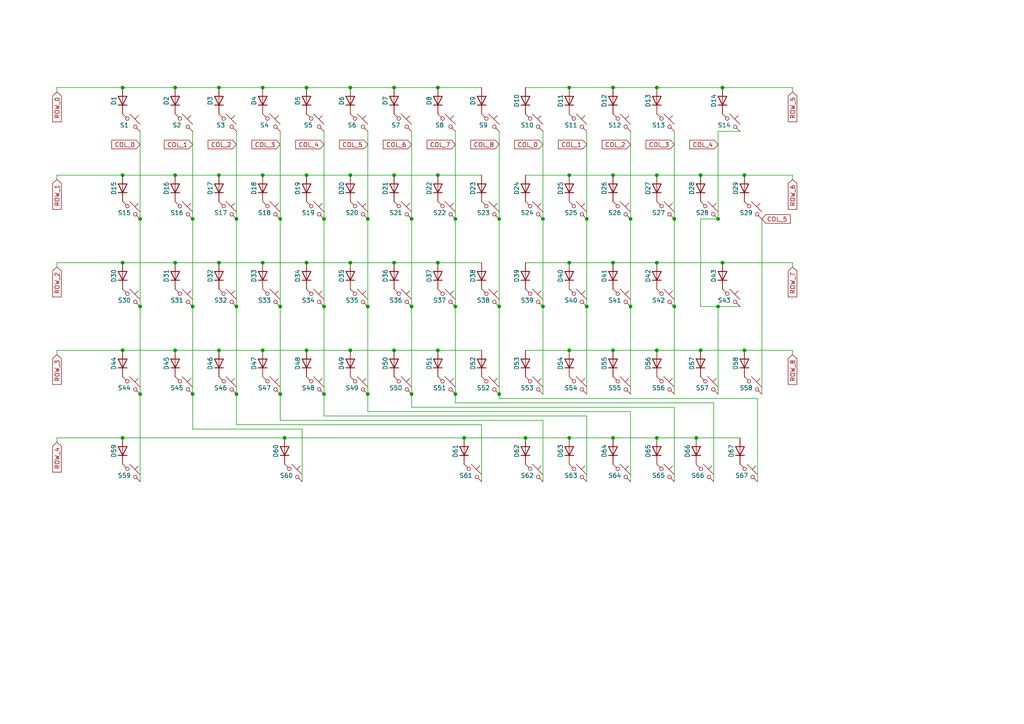
<source format=kicad_sch>
(kicad_sch (version 20250114) (generator "eeschema") (generator_version "9.0")
  (paper "A4")
  (junction (at 132.08 63.5))
  (junction (at 35.56 127))
  (junction (at 81.28 63.5))
  (junction (at 165.1 50.8))
  (junction (at 177.8 101.6))
  (junction (at 182.88 88.9))
  (junction (at 63.5 25.4))
  (junction (at 177.8 50.8))
  (junction (at 170.18 88.9))
  (junction (at 88.9 25.4))
  (junction (at 127 76.2))
  (junction (at 215.9 101.6))
  (junction (at 177.8 127))
  (junction (at 35.56 76.2))
  (junction (at 76.2 76.2))
  (junction (at 119.38 63.5))
  (junction (at 165.1 127))
  (junction (at 88.9 50.8))
  (junction (at 215.9 50.8))
  (junction (at 55.88 63.5))
  (junction (at 177.8 25.4))
  (junction (at 50.8 101.6))
  (junction (at 50.8 76.2))
  (junction (at 134.62 127))
  (junction (at 127 25.4))
  (junction (at 106.68 114.3))
  (junction (at 101.6 25.4))
  (junction (at 144.78 114.3))
  (junction (at 55.88 114.3))
  (junction (at 68.58 88.9))
  (junction (at 201.93 127))
  (junction (at 195.58 63.5))
  (junction (at 35.56 25.4))
  (junction (at 40.64 88.9))
  (junction (at 76.2 50.8))
  (junction (at 165.1 25.4))
  (junction (at 82.55 127))
  (junction (at 170.18 63.5))
  (junction (at 144.78 88.9))
  (junction (at 127 50.8))
  (junction (at 50.8 50.8))
  (junction (at 182.88 63.5))
  (junction (at 114.3 25.4))
  (junction (at 209.55 76.2))
  (junction (at 93.98 88.9))
  (junction (at 88.9 76.2))
  (junction (at 190.5 50.8))
  (junction (at 127 101.6))
  (junction (at 165.1 101.6))
  (junction (at 106.68 88.9))
  (junction (at 81.28 114.3))
  (junction (at 208.28 63.5))
  (junction (at 152.4 127))
  (junction (at 209.55 25.4))
  (junction (at 203.2 50.8))
  (junction (at 132.08 88.9))
  (junction (at 157.48 63.5))
  (junction (at 106.68 63.5))
  (junction (at 157.48 88.9))
  (junction (at 35.56 50.8))
  (junction (at 132.08 114.3))
  (junction (at 165.1 76.2))
  (junction (at 101.6 76.2))
  (junction (at 55.88 88.9))
  (junction (at 190.5 127))
  (junction (at 93.98 63.5))
  (junction (at 35.56 101.6))
  (junction (at 195.58 88.9))
  (junction (at 177.8 76.2))
  (junction (at 81.28 88.9))
  (junction (at 208.28 88.9))
  (junction (at 40.64 114.3))
  (junction (at 63.5 101.6))
  (junction (at 190.5 101.6))
  (junction (at 88.9 101.6))
  (junction (at 119.38 88.9))
  (junction (at 190.5 25.4))
  (junction (at 114.3 76.2))
  (junction (at 63.5 50.8))
  (junction (at 76.2 25.4))
  (junction (at 76.2 101.6))
  (junction (at 50.8 25.4))
  (junction (at 63.5 76.2))
  (junction (at 114.3 101.6))
  (junction (at 114.3 50.8))
  (junction (at 93.98 114.3))
  (junction (at 119.38 114.3))
  (junction (at 68.58 114.3))
  (junction (at 144.78 63.5))
  (junction (at 203.2 101.6))
  (junction (at 68.58 63.5))
  (junction (at 101.6 50.8))
  (junction (at 40.64 63.5))
  (junction (at 101.6 101.6))
  (junction (at 190.5 76.2))
  (wire (pts (xy 170.18 120.65) (xy 170.18 139.7)))
  (wire (pts (xy 88.9 50.8) (xy 76.2 50.8)))
  (wire (pts (xy 190.5 101.6) (xy 203.2 101.6)))
  (wire (pts (xy 63.5 76.2) (xy 76.2 76.2)))
  (wire (pts (xy 63.5 50.8) (xy 50.8 50.8)))
  (wire (pts (xy 101.6 50.8) (xy 88.9 50.8)))
  (wire (pts (xy 203.2 63.5) (xy 208.28 63.5)))
  (wire (pts (xy 93.98 88.9) (xy 93.98 114.3)))
  (wire (pts (xy 16.51 127) (xy 16.51 128.27)))
  (wire (pts (xy 68.58 38.1) (xy 68.58 63.5)))
  (wire (pts (xy 114.3 25.4) (xy 101.6 25.4)))
  (wire (pts (xy 16.51 101.6) (xy 16.51 102.87)))
  (wire (pts (xy 106.68 63.5) (xy 106.68 88.9)))
  (wire (pts (xy 119.38 63.5) (xy 119.38 88.9)))
  (wire (pts (xy 35.56 25.4) (xy 16.51 25.4)))
  (wire (pts (xy 101.6 101.6) (xy 88.9 101.6)))
  (wire (pts (xy 127 25.4) (xy 139.7 25.4)))
  (wire (pts (xy 81.28 63.5) (xy 81.28 88.9)))
  (wire (pts (xy 165.1 76.2) (xy 177.8 76.2)))
  (wire (pts (xy 50.8 25.4) (xy 35.56 25.4)))
  (wire (pts (xy 35.56 127) (xy 16.51 127)))
  (wire (pts (xy 165.1 50.8) (xy 177.8 50.8)))
  (wire (pts (xy 208.28 63.5) (xy 208.28 38.1)))
  (wire (pts (xy 63.5 25.4) (xy 50.8 25.4)))
  (wire (pts (xy 93.98 63.5) (xy 93.98 88.9)))
  (wire (pts (xy 119.38 88.9) (xy 119.38 114.3)))
  (wire (pts (xy 114.3 76.2) (xy 127 76.2)))
  (wire (pts (xy 214.63 127) (xy 201.93 127)))
  (wire (pts (xy 182.88 139.7) (xy 182.88 119.38)))
  (wire (pts (xy 106.68 38.1) (xy 106.68 63.5)))
  (wire (pts (xy 177.8 76.2) (xy 190.5 76.2)))
  (wire (pts (xy 35.56 50.8) (xy 16.51 50.8)))
  (wire (pts (xy 229.87 76.2) (xy 229.87 77.47)))
  (wire (pts (xy 203.2 88.9) (xy 208.28 88.9)))
  (wire (pts (xy 152.4 101.6) (xy 165.1 101.6)))
  (wire (pts (xy 68.58 63.5) (xy 68.58 88.9)))
  (wire (pts (xy 170.18 63.5) (xy 170.18 88.9)))
  (wire (pts (xy 127 50.8) (xy 139.7 50.8)))
  (wire (pts (xy 55.88 124.46) (xy 87.63 124.46)))
  (wire (pts (xy 157.48 63.5) (xy 157.48 88.9)))
  (wire (pts (xy 127 101.6) (xy 139.7 101.6)))
  (wire (pts (xy 157.48 121.92) (xy 81.28 121.92)))
  (wire (pts (xy 132.08 88.9) (xy 132.08 114.3)))
  (wire (pts (xy 119.38 114.3) (xy 119.38 118.11)))
  (wire (pts (xy 50.8 50.8) (xy 35.56 50.8)))
  (wire (pts (xy 165.1 127) (xy 152.4 127)))
  (wire (pts (xy 152.4 127) (xy 134.62 127)))
  (wire (pts (xy 55.88 88.9) (xy 55.88 114.3)))
  (wire (pts (xy 219.71 115.57) (xy 219.71 139.7)))
  (wire (pts (xy 93.98 38.1) (xy 93.98 63.5)))
  (wire (pts (xy 152.4 50.8) (xy 165.1 50.8)))
  (wire (pts (xy 114.3 101.6) (xy 101.6 101.6)))
  (wire (pts (xy 144.78 114.3) (xy 144.78 115.57)))
  (wire (pts (xy 114.3 50.8) (xy 127 50.8)))
  (wire (pts (xy 76.2 25.4) (xy 63.5 25.4)))
  (wire (pts (xy 182.88 119.38) (xy 106.68 119.38)))
  (wire (pts (xy 203.2 50.8) (xy 215.9 50.8)))
  (wire (pts (xy 35.56 76.2) (xy 50.8 76.2)))
  (wire (pts (xy 144.78 115.57) (xy 219.71 115.57)))
  (wire (pts (xy 63.5 101.6) (xy 50.8 101.6)))
  (wire (pts (xy 208.28 38.1) (xy 214.63 38.1)))
  (wire (pts (xy 208.28 114.3) (xy 208.28 88.9)))
  (wire (pts (xy 55.88 114.3) (xy 55.88 124.46)))
  (wire (pts (xy 119.38 118.11) (xy 195.58 118.11)))
  (wire (pts (xy 144.78 88.9) (xy 144.78 114.3)))
  (wire (pts (xy 88.9 101.6) (xy 76.2 101.6)))
  (wire (pts (xy 157.48 139.7) (xy 157.48 121.92)))
  (wire (pts (xy 16.51 25.4) (xy 16.51 26.67)))
  (wire (pts (xy 215.9 101.6) (xy 229.87 101.6)))
  (wire (pts (xy 55.88 38.1) (xy 55.88 63.5)))
  (wire (pts (xy 177.8 127) (xy 165.1 127)))
  (wire (pts (xy 139.7 123.19) (xy 139.7 139.7)))
  (wire (pts (xy 35.56 101.6) (xy 16.51 101.6)))
  (wire (pts (xy 215.9 50.8) (xy 229.87 50.8)))
  (wire (pts (xy 40.64 114.3) (xy 40.64 139.7)))
  (wire (pts (xy 40.64 38.1) (xy 40.64 63.5)))
  (wire (pts (xy 114.3 25.4) (xy 127 25.4)))
  (wire (pts (xy 220.98 63.5) (xy 220.98 114.3)))
  (wire (pts (xy 81.28 114.3) (xy 81.28 88.9)))
  (wire (pts (xy 119.38 38.1) (xy 119.38 63.5)))
  (wire (pts (xy 195.58 63.5) (xy 195.58 88.9)))
  (wire (pts (xy 229.87 25.4) (xy 229.87 26.67)))
  (wire (pts (xy 88.9 25.4) (xy 76.2 25.4)))
  (wire (pts (xy 101.6 76.2) (xy 114.3 76.2)))
  (wire (pts (xy 134.62 127) (xy 82.55 127)))
  (wire (pts (xy 76.2 76.2) (xy 88.9 76.2)))
  (wire (pts (xy 209.55 25.4) (xy 229.87 25.4)))
  (wire (pts (xy 101.6 25.4) (xy 88.9 25.4)))
  (wire (pts (xy 203.2 88.9) (xy 203.2 63.5)))
  (wire (pts (xy 101.6 50.8) (xy 114.3 50.8)))
  (wire (pts (xy 16.51 77.47) (xy 16.51 76.2)))
  (wire (pts (xy 132.08 38.1) (xy 132.08 63.5)))
  (wire (pts (xy 203.2 101.6) (xy 215.9 101.6)))
  (wire (pts (xy 201.93 127) (xy 190.5 127)))
  (wire (pts (xy 76.2 101.6) (xy 63.5 101.6)))
  (wire (pts (xy 93.98 114.3) (xy 93.98 120.65)))
  (wire (pts (xy 16.51 76.2) (xy 35.56 76.2)))
  (wire (pts (xy 229.87 50.8) (xy 229.87 52.07)))
  (wire (pts (xy 87.63 124.46) (xy 87.63 139.7)))
  (wire (pts (xy 195.58 118.11) (xy 195.58 139.7)))
  (wire (pts (xy 127 76.2) (xy 139.7 76.2)))
  (wire (pts (xy 114.3 101.6) (xy 127 101.6)))
  (wire (pts (xy 132.08 63.5) (xy 132.08 88.9)))
  (wire (pts (xy 76.2 50.8) (xy 63.5 50.8)))
  (wire (pts (xy 81.28 38.1) (xy 81.28 63.5)))
  (wire (pts (xy 207.01 139.7) (xy 207.01 116.84)))
  (wire (pts (xy 209.55 76.2) (xy 229.87 76.2)))
  (wire (pts (xy 195.58 38.1) (xy 195.58 63.5)))
  (wire (pts (xy 190.5 25.4) (xy 209.55 25.4)))
  (wire (pts (xy 190.5 76.2) (xy 209.55 76.2)))
  (wire (pts (xy 177.8 50.8) (xy 190.5 50.8)))
  (wire (pts (xy 177.8 101.6) (xy 190.5 101.6)))
  (wire (pts (xy 68.58 114.3) (xy 68.58 123.19)))
  (wire (pts (xy 165.1 25.4) (xy 177.8 25.4)))
  (wire (pts (xy 152.4 25.4) (xy 165.1 25.4)))
  (wire (pts (xy 170.18 38.1) (xy 170.18 63.5)))
  (wire (pts (xy 195.58 88.9) (xy 195.58 114.3)))
  (wire (pts (xy 229.87 101.6) (xy 229.87 102.87)))
  (wire (pts (xy 16.51 50.8) (xy 16.51 52.07)))
  (wire (pts (xy 208.28 88.9) (xy 214.63 88.9)))
  (wire (pts (xy 207.01 116.84) (xy 132.08 116.84)))
  (wire (pts (xy 182.88 63.5) (xy 182.88 88.9)))
  (wire (pts (xy 177.8 25.4) (xy 190.5 25.4)))
  (wire (pts (xy 106.68 114.3) (xy 106.68 119.38)))
  (wire (pts (xy 106.68 88.9) (xy 106.68 114.3)))
  (wire (pts (xy 182.88 38.1) (xy 182.88 63.5)))
  (wire (pts (xy 170.18 88.9) (xy 170.18 114.3)))
  (wire (pts (xy 55.88 63.5) (xy 55.88 88.9)))
  (wire (pts (xy 144.78 63.5) (xy 144.78 88.9)))
  (wire (pts (xy 157.48 38.1) (xy 157.48 63.5)))
  (wire (pts (xy 190.5 127) (xy 177.8 127)))
  (wire (pts (xy 40.64 63.5) (xy 40.64 88.9)))
  (wire (pts (xy 40.64 88.9) (xy 40.64 114.3)))
  (wire (pts (xy 152.4 76.2) (xy 165.1 76.2)))
  (wire (pts (xy 93.98 120.65) (xy 170.18 120.65)))
  (wire (pts (xy 144.78 38.1) (xy 144.78 63.5)))
  (wire (pts (xy 50.8 101.6) (xy 35.56 101.6)))
  (wire (pts (xy 157.48 88.9) (xy 157.48 114.3)))
  (wire (pts (xy 182.88 88.9) (xy 182.88 114.3)))
  (wire (pts (xy 68.58 123.19) (xy 139.7 123.19)))
  (wire (pts (xy 165.1 101.6) (xy 177.8 101.6)))
  (wire (pts (xy 81.28 121.92) (xy 81.28 114.3)))
  (wire (pts (xy 190.5 50.8) (xy 203.2 50.8)))
  (wire (pts (xy 88.9 76.2) (xy 101.6 76.2)))
  (wire (pts (xy 132.08 114.3) (xy 132.08 116.84)))
  (wire (pts (xy 68.58 88.9) (xy 68.58 114.3)))
  (wire (pts (xy 50.8 76.2) (xy 63.5 76.2)))
  (wire (pts (xy 82.55 127) (xy 35.56 127)))
  (global_label "COL_6" (shape input) (at 119.38 41.91 180) (property "Intersheetrefs" "${INTERSHEET_REFS}" (effects (hide yes))))
  (global_label "ROW_7" (shape input) (at 229.87 77.47 270) (property "Intersheetrefs" "${INTERSHEET_REFS}" (effects (hide yes))))
  (global_label "COL_2" (shape input) (at 182.88 41.91 180) (property "Intersheetrefs" "${INTERSHEET_REFS}" (effects (hide yes))))
  (global_label "ROW_5" (shape input) (at 229.87 26.67 270) (property "Intersheetrefs" "${INTERSHEET_REFS}" (effects (hide yes))))
  (global_label "COL_8" (shape input) (at 144.78 41.91 180) (property "Intersheetrefs" "${INTERSHEET_REFS}" (effects (hide yes))))
  (global_label "COL_5" (shape input) (at 220.98 63.5 0) (property "Intersheetrefs" "${INTERSHEET_REFS}" (effects (hide yes))))
  (global_label "ROW_8" (shape input) (at 229.87 102.87 270) (property "Intersheetrefs" "${INTERSHEET_REFS}" (effects (hide yes))))
  (global_label "ROW_2" (shape input) (at 16.51 77.47 270) (property "Intersheetrefs" "${INTERSHEET_REFS}" (effects (hide yes))))
  (global_label "COL_0" (shape input) (at 157.48 41.91 180) (property "Intersheetrefs" "${INTERSHEET_REFS}" (effects (hide yes))))
  (global_label "ROW_3" (shape input) (at 16.51 102.87 270) (property "Intersheetrefs" "${INTERSHEET_REFS}" (effects (hide yes))))
  (global_label "COL_0" (shape input) (at 40.64 41.91 180) (property "Intersheetrefs" "${INTERSHEET_REFS}" (effects (hide yes))))
  (global_label "ROW_0" (shape input) (at 16.51 26.67 270) (property "Intersheetrefs" "${INTERSHEET_REFS}" (effects (hide yes))))
  (global_label "COL_7" (shape input) (at 132.08 41.91 180) (property "Intersheetrefs" "${INTERSHEET_REFS}" (effects (hide yes))))
  (global_label "COL_4" (shape input) (at 93.98 41.91 180) (property "Intersheetrefs" "${INTERSHEET_REFS}" (effects (hide yes))))
  (global_label "COL_4" (shape input) (at 208.28 41.91 180) (property "Intersheetrefs" "${INTERSHEET_REFS}" (effects (hide yes))))
  (global_label "ROW_1" (shape input) (at 16.51 52.07 270) (property "Intersheetrefs" "${INTERSHEET_REFS}" (effects (hide yes))))
  (global_label "COL_3" (shape input) (at 81.28 41.91 180) (property "Intersheetrefs" "${INTERSHEET_REFS}" (effects (hide yes))))
  (global_label "COL_2" (shape input) (at 68.58 41.91 180) (property "Intersheetrefs" "${INTERSHEET_REFS}" (effects (hide yes))))
  (global_label "COL_3" (shape input) (at 195.58 41.91 180) (property "Intersheetrefs" "${INTERSHEET_REFS}" (effects (hide yes))))
  (global_label "ROW_4" (shape input) (at 16.51 128.27 270) (property "Intersheetrefs" "${INTERSHEET_REFS}" (effects (hide yes))))
  (global_label "ROW_6" (shape input) (at 229.87 52.07 270) (property "Intersheetrefs" "${INTERSHEET_REFS}" (effects (hide yes))))
  (global_label "COL_1" (shape input) (at 55.88 41.91 180) (property "Intersheetrefs" "${INTERSHEET_REFS}" (effects (hide yes))))
  (global_label "COL_1" (shape input) (at 170.18 41.91 180) (property "Intersheetrefs" "${INTERSHEET_REFS}" (effects (hide yes))))
  (global_label "COL_5" (shape input) (at 106.68 41.91 180) (property "Intersheetrefs" "${INTERSHEET_REFS}" (effects (hide yes))))
  (symbol (lib_id "Scottokicad:Placeholder_Keyswitch") (at 129.54 86.36 0) (unit 1)
    (property "Reference" "S37" (at 127.508 87.122 0))
    (property "Value" "Keyswitch" (effects (hide yes)))
    (property "Footprint" "ScottoKeebs_MX:MX_PCB_1.00u" (effects (hide yes)))
    (property "Description" "Push button switch, normally open, two pins, 45° tilted" (effects (hide yes)))
  )
  (symbol (lib_id "Scottokicad:Placeholder_Keyswitch") (at 193.04 60.96 0) (unit 1)
    (property "Reference" "S27" (at 191.008 61.722 0))
    (property "Value" "Keyswitch" (effects (hide yes)))
    (property "Footprint" "ScottoKeebs_MX:MX_PCB_1.00u" (effects (hide yes)))
    (property "Description" "Push button switch, normally open, two pins, 45° tilted" (effects (hide yes)))
  )
  (symbol (lib_id "Scottokicad:Placeholder_Keyswitch") (at 91.44 86.36 0) (unit 1)
    (property "Reference" "S34" (at 89.408 87.122 0))
    (property "Value" "Keyswitch" (effects (hide yes)))
    (property "Footprint" "ScottoKeebs_MX:MX_PCB_1.00u" (effects (hide yes)))
    (property "Description" "Push button switch, normally open, two pins, 45° tilted" (effects (hide yes)))
  )
  (symbol (lib_id "Scottokicad:Placeholder_Keyswitch") (at 78.74 111.76 0) (unit 1)
    (property "Reference" "S47" (at 76.708 112.522 0))
    (property "Value" "Keyswitch" (effects (hide yes)))
    (property "Footprint" "ScottoKeebs_MX:MX_PCB_1.00u" (effects (hide yes)))
    (property "Description" "Push button switch, normally open, two pins, 45° tilted" (effects (hide yes)))
  )
  (symbol (lib_id "Scottokicad:Placeholder_Keyswitch") (at 154.94 86.36 0) (unit 1)
    (property "Reference" "S39" (at 152.908 87.122 0))
    (property "Value" "Keyswitch" (effects (hide yes)))
    (property "Footprint" "ScottoKeebs_MX:MX_PCB_1.00u" (effects (hide yes)))
    (property "Description" "Push button switch, normally open, two pins, 45° tilted" (effects (hide yes)))
  )
  (symbol (lib_id "Scottokicad:Placeholder_Keyswitch") (at 137.16 137.16 0) (unit 1)
    (property "Reference" "S61" (at 135.128 137.922 0))
    (property "Value" "Keyswitch" (effects (hide yes)))
    (property "Footprint" "ScottoKeebs_MX:MX_PCB_1.25u" (effects (hide yes)))
    (property "Description" "Push button switch, normally open, two pins, 45° tilted" (effects (hide yes)))
  )
  (symbol (lib_id "Scottokicad:Placeholder_Diode") (at 63.5 105.41 90) (unit 1)
    (property "Reference" "D46" (at 60.96 105.41 0))
    (property "Value" "Diode" (effects (hide yes)))
    (property "Footprint" "Diode_THT:D_DO-35_SOD27_P7.62mm_Horizontal" (effects (hide yes)))
    (property "Description" "1N4148 (DO-35) or 1N4148W (SOD-123)" (effects (hide yes)))
    (property "Sim.Device" "D" (effects (hide yes)))
    (property "Sim.Pins" "1=K 2=A" (effects (hide yes)))
  )
  (symbol (lib_id "Scottokicad:Placeholder_Keyswitch") (at 205.74 111.76 0) (unit 1)
    (property "Reference" "S57" (at 203.708 112.522 0))
    (property "Value" "Keyswitch" (effects (hide yes)))
    (property "Footprint" "ScottoKeebs_MX:MX_PCB_1.00u" (effects (hide yes)))
    (property "Description" "Push button switch, normally open, two pins, 45° tilted" (effects (hide yes)))
  )
  (symbol (lib_id "Scottokicad:Placeholder_Diode") (at 101.6 80.01 90) (unit 1)
    (property "Reference" "D35" (at 99.06 80.01 0))
    (property "Value" "Diode" (effects (hide yes)))
    (property "Footprint" "Diode_THT:D_DO-35_SOD27_P7.62mm_Horizontal" (effects (hide yes)))
    (property "Description" "1N4148 (DO-35) or 1N4148W (SOD-123)" (effects (hide yes)))
    (property "Sim.Device" "D" (effects (hide yes)))
    (property "Sim.Pins" "1=K 2=A" (effects (hide yes)))
  )
  (symbol (lib_id "Scottokicad:Placeholder_Diode") (at 209.55 80.01 90) (unit 1)
    (property "Reference" "D43" (at 207.01 80.01 0))
    (property "Value" "Diode" (effects (hide yes)))
    (property "Footprint" "Diode_THT:D_DO-35_SOD27_P7.62mm_Horizontal" (effects (hide yes)))
    (property "Description" "1N4148 (DO-35) or 1N4148W (SOD-123)" (effects (hide yes)))
    (property "Sim.Device" "D" (effects (hide yes)))
    (property "Sim.Pins" "1=K 2=A" (effects (hide yes)))
  )
  (symbol (lib_id "Scottokicad:Placeholder_Diode") (at 203.2 105.41 90) (unit 1)
    (property "Reference" "D57" (at 200.66 105.41 0))
    (property "Value" "Diode" (effects (hide yes)))
    (property "Footprint" "Diode_THT:D_DO-35_SOD27_P7.62mm_Horizontal" (effects (hide yes)))
    (property "Description" "1N4148 (DO-35) or 1N4148W (SOD-123)" (effects (hide yes)))
    (property "Sim.Device" "D" (effects (hide yes)))
    (property "Sim.Pins" "1=K 2=A" (effects (hide yes)))
  )
  (symbol (lib_id "Scottokicad:Placeholder_Diode") (at 177.8 105.41 90) (unit 1)
    (property "Reference" "D55" (at 175.26 105.41 0))
    (property "Value" "Diode" (effects (hide yes)))
    (property "Footprint" "Diode_THT:D_DO-35_SOD27_P7.62mm_Horizontal" (effects (hide yes)))
    (property "Description" "1N4148 (DO-35) or 1N4148W (SOD-123)" (effects (hide yes)))
    (property "Sim.Device" "D" (effects (hide yes)))
    (property "Sim.Pins" "1=K 2=A" (effects (hide yes)))
  )
  (symbol (lib_id "Scottokicad:Placeholder_Keyswitch") (at 193.04 137.16 0) (unit 1)
    (property "Reference" "S65" (at 191.008 137.922 0))
    (property "Value" "Keyswitch" (effects (hide yes)))
    (property "Footprint" "ScottoKeebs_MX:MX_PCB_1.00u" (effects (hide yes)))
    (property "Description" "Push button switch, normally open, two pins, 45° tilted" (effects (hide yes)))
  )
  (symbol (lib_id "Scottokicad:Placeholder_Diode") (at 127 29.21 90) (unit 1)
    (property "Reference" "D8" (at 124.46 29.21 0))
    (property "Value" "Diode" (effects (hide yes)))
    (property "Footprint" "Diode_THT:D_DO-35_SOD27_P7.62mm_Horizontal" (effects (hide yes)))
    (property "Description" "1N4148 (DO-35) or 1N4148W (SOD-123)" (effects (hide yes)))
    (property "Sim.Device" "D" (effects (hide yes)))
    (property "Sim.Pins" "1=K 2=A" (effects (hide yes)))
  )
  (symbol (lib_id "Scottokicad:Placeholder_Keyswitch") (at 129.54 35.56 0) (unit 1)
    (property "Reference" "S8" (at 127.508 36.322 0))
    (property "Value" "Keyswitch" (effects (hide yes)))
    (property "Footprint" "ScottoKeebs_MX:MX_PCB_1.00u" (effects (hide yes)))
    (property "Description" "Push button switch, normally open, two pins, 45° tilted" (effects (hide yes)))
  )
  (symbol (lib_id "Scottokicad:Placeholder_Keyswitch") (at 78.74 86.36 0) (unit 1)
    (property "Reference" "S33" (at 76.708 87.122 0))
    (property "Value" "Keyswitch" (effects (hide yes)))
    (property "Footprint" "ScottoKeebs_MX:MX_PCB_1.00u" (effects (hide yes)))
    (property "Description" "Push button switch, normally open, two pins, 45° tilted" (effects (hide yes)))
  )
  (symbol (lib_id "Scottokicad:Placeholder_Keyswitch") (at 193.04 86.36 0) (unit 1)
    (property "Reference" "S42" (at 191.008 87.122 0))
    (property "Value" "Keyswitch" (effects (hide yes)))
    (property "Footprint" "ScottoKeebs_MX:MX_PCB_1.00u" (effects (hide yes)))
    (property "Description" "Push button switch, normally open, two pins, 45° tilted" (effects (hide yes)))
  )
  (symbol (lib_id "Scottokicad:Placeholder_Keyswitch") (at 38.1 86.36 0) (unit 1)
    (property "Reference" "S30" (at 36.068 87.122 0))
    (property "Value" "Keyswitch" (effects (hide yes)))
    (property "Footprint" "ScottoKeebs_MX:MX_PCB_1.50u" (effects (hide yes)))
    (property "Description" "Push button switch, normally open, two pins, 45° tilted" (effects (hide yes)))
  )
  (symbol (lib_id "Scottokicad:Placeholder_Keyswitch") (at 116.84 35.56 0) (unit 1)
    (property "Reference" "S7" (at 114.808 36.322 0))
    (property "Value" "Keyswitch" (effects (hide yes)))
    (property "Footprint" "ScottoKeebs_MX:MX_PCB_1.00u" (effects (hide yes)))
    (property "Description" "Push button switch, normally open, two pins, 45° tilted" (effects (hide yes)))
  )
  (symbol (lib_id "Scottokicad:Placeholder_Keyswitch") (at 66.04 35.56 0) (unit 1)
    (property "Reference" "S3" (at 64.008 36.322 0))
    (property "Value" "Keyswitch" (effects (hide yes)))
    (property "Footprint" "ScottoKeebs_MX:MX_PCB_1.00u" (effects (hide yes)))
    (property "Description" "Push button switch, normally open, two pins, 45° tilted" (effects (hide yes)))
  )
  (symbol (lib_id "Scottokicad:Placeholder_Keyswitch") (at 116.84 111.76 0) (unit 1)
    (property "Reference" "S50" (at 114.808 112.522 0))
    (property "Value" "Keyswitch" (effects (hide yes)))
    (property "Footprint" "ScottoKeebs_MX:MX_PCB_1.00u" (effects (hide yes)))
    (property "Description" "Push button switch, normally open, two pins, 45° tilted" (effects (hide yes)))
  )
  (symbol (lib_id "Scottokicad:Placeholder_Keyswitch") (at 180.34 60.96 0) (unit 1)
    (property "Reference" "S26" (at 178.308 61.722 0))
    (property "Value" "Keyswitch" (effects (hide yes)))
    (property "Footprint" "ScottoKeebs_MX:MX_PCB_1.00u" (effects (hide yes)))
    (property "Description" "Push button switch, normally open, two pins, 45° tilted" (effects (hide yes)))
  )
  (symbol (lib_id "Scottokicad:Placeholder_Keyswitch") (at 104.14 35.56 0) (unit 1)
    (property "Reference" "S6" (at 102.108 36.322 0))
    (property "Value" "Keyswitch" (effects (hide yes)))
    (property "Footprint" "ScottoKeebs_MX:MX_PCB_1.00u" (effects (hide yes)))
    (property "Description" "Push button switch, normally open, two pins, 45° tilted" (effects (hide yes)))
  )
  (symbol (lib_id "Scottokicad:Placeholder_Keyswitch") (at 167.64 111.76 0) (unit 1)
    (property "Reference" "S54" (at 165.608 112.522 0))
    (property "Value" "Keyswitch" (effects (hide yes)))
    (property "Footprint" "ScottoKeebs_MX:MX_PCB_1.00u" (effects (hide yes)))
    (property "Description" "Push button switch, normally open, two pins, 45° tilted" (effects (hide yes)))
  )
  (symbol (lib_id "Scottokicad:Placeholder_Diode") (at 76.2 105.41 90) (unit 1)
    (property "Reference" "D47" (at 73.66 105.41 0))
    (property "Value" "Diode" (effects (hide yes)))
    (property "Footprint" "Diode_THT:D_DO-35_SOD27_P7.62mm_Horizontal" (effects (hide yes)))
    (property "Description" "1N4148 (DO-35) or 1N4148W (SOD-123)" (effects (hide yes)))
    (property "Sim.Device" "D" (effects (hide yes)))
    (property "Sim.Pins" "1=K 2=A" (effects (hide yes)))
  )
  (symbol (lib_id "Scottokicad:Placeholder_Keyswitch") (at 180.34 137.16 0) (unit 1)
    (property "Reference" "S64" (at 178.308 137.922 0))
    (property "Value" "Keyswitch" (effects (hide yes)))
    (property "Footprint" "ScottoKeebs_MX:MX_PCB_1.00u" (effects (hide yes)))
    (property "Description" "Push button switch, normally open, two pins, 45° tilted" (effects (hide yes)))
  )
  (symbol (lib_id "Scottokicad:Placeholder_Diode") (at 177.8 29.21 90) (unit 1)
    (property "Reference" "D12" (at 175.26 29.21 0))
    (property "Value" "Diode" (effects (hide yes)))
    (property "Footprint" "Diode_THT:D_DO-35_SOD27_P7.62mm_Horizontal" (effects (hide yes)))
    (property "Description" "1N4148 (DO-35) or 1N4148W (SOD-123)" (effects (hide yes)))
    (property "Sim.Device" "D" (effects (hide yes)))
    (property "Sim.Pins" "1=K 2=A" (effects (hide yes)))
  )
  (symbol (lib_id "Scottokicad:Placeholder_Keyswitch") (at 193.04 111.76 0) (unit 1)
    (property "Reference" "S56" (at 191.008 112.522 0))
    (property "Value" "Keyswitch" (effects (hide yes)))
    (property "Footprint" "ScottoKeebs_MX:MX_PCB_1.00u" (effects (hide yes)))
    (property "Description" "Push button switch, normally open, two pins, 45° tilted" (effects (hide yes)))
  )
  (symbol (lib_id "Scottokicad:Placeholder_Keyswitch") (at 180.34 86.36 0) (unit 1)
    (property "Reference" "S41" (at 178.308 87.122 0))
    (property "Value" "Keyswitch" (effects (hide yes)))
    (property "Footprint" "ScottoKeebs_MX:MX_PCB_1.00u" (effects (hide yes)))
    (property "Description" "Push button switch, normally open, two pins, 45° tilted" (effects (hide yes)))
  )
  (symbol (lib_id "Scottokicad:Placeholder_Diode") (at 152.4 130.81 90) (unit 1)
    (property "Reference" "D62" (at 149.86 130.81 0))
    (property "Value" "Diode" (effects (hide yes)))
    (property "Footprint" "Diode_THT:D_DO-35_SOD27_P7.62mm_Horizontal" (effects (hide yes)))
    (property "Description" "1N4148 (DO-35) or 1N4148W (SOD-123)" (effects (hide yes)))
    (property "Sim.Device" "D" (effects (hide yes)))
    (property "Sim.Pins" "1=K 2=A" (effects (hide yes)))
  )
  (symbol (lib_id "Scottokicad:Placeholder_Keyswitch") (at 38.1 35.56 0) (unit 1)
    (property "Reference" "S1" (at 36.068 36.322 0))
    (property "Value" "Keyswitch" (effects (hide yes)))
    (property "Footprint" "ScottoKeebs_MX:MX_PCB_1.50u" (effects (hide yes)))
    (property "Description" "Push button switch, normally open, two pins, 45° tilted" (effects (hide yes)))
  )
  (symbol (lib_id "Scottokicad:Placeholder_Diode") (at 50.8 29.21 90) (unit 1)
    (property "Reference" "D2" (at 48.26 29.21 0))
    (property "Value" "Diode" (effects (hide yes)))
    (property "Footprint" "Diode_THT:D_DO-35_SOD27_P7.62mm_Horizontal" (effects (hide yes)))
    (property "Description" "1N4148 (DO-35) or 1N4148W (SOD-123)" (effects (hide yes)))
    (property "Sim.Device" "D" (effects (hide yes)))
    (property "Sim.Pins" "1=K 2=A" (effects (hide yes)))
  )
  (symbol (lib_id "Scottokicad:Placeholder_Diode") (at 63.5 80.01 90) (unit 1)
    (property "Reference" "D32" (at 60.96 80.01 0))
    (property "Value" "Diode" (effects (hide yes)))
    (property "Footprint" "Diode_THT:D_DO-35_SOD27_P7.62mm_Horizontal" (effects (hide yes)))
    (property "Description" "1N4148 (DO-35) or 1N4148W (SOD-123)" (effects (hide yes)))
    (property "Sim.Device" "D" (effects (hide yes)))
    (property "Sim.Pins" "1=K 2=A" (effects (hide yes)))
  )
  (symbol (lib_id "Scottokicad:Placeholder_Keyswitch") (at 53.34 35.56 0) (unit 1)
    (property "Reference" "S2" (at 51.308 36.322 0))
    (property "Value" "Keyswitch" (effects (hide yes)))
    (property "Footprint" "ScottoKeebs_MX:MX_PCB_1.00u" (effects (hide yes)))
    (property "Description" "Push button switch, normally open, two pins, 45° tilted" (effects (hide yes)))
  )
  (symbol (lib_id "Scottokicad:Placeholder_Diode") (at 190.5 80.01 90) (unit 1)
    (property "Reference" "D42" (at 187.96 80.01 0))
    (property "Value" "Diode" (effects (hide yes)))
    (property "Footprint" "Diode_THT:D_DO-35_SOD27_P7.62mm_Horizontal" (effects (hide yes)))
    (property "Description" "1N4148 (DO-35) or 1N4148W (SOD-123)" (effects (hide yes)))
    (property "Sim.Device" "D" (effects (hide yes)))
    (property "Sim.Pins" "1=K 2=A" (effects (hide yes)))
  )
  (symbol (lib_id "Scottokicad:Placeholder_Diode") (at 165.1 105.41 90) (unit 1)
    (property "Reference" "D54" (at 162.56 105.41 0))
    (property "Value" "Diode" (effects (hide yes)))
    (property "Footprint" "Diode_THT:D_DO-35_SOD27_P7.62mm_Horizontal" (effects (hide yes)))
    (property "Description" "1N4148 (DO-35) or 1N4148W (SOD-123)" (effects (hide yes)))
    (property "Sim.Device" "D" (effects (hide yes)))
    (property "Sim.Pins" "1=K 2=A" (effects (hide yes)))
  )
  (symbol (lib_id "Scottokicad:Placeholder_Keyswitch") (at 78.74 35.56 0) (unit 1)
    (property "Reference" "S4" (at 76.708 36.322 0))
    (property "Value" "Keyswitch" (effects (hide yes)))
    (property "Footprint" "ScottoKeebs_MX:MX_PCB_1.00u" (effects (hide yes)))
    (property "Description" "Push button switch, normally open, two pins, 45° tilted" (effects (hide yes)))
  )
  (symbol (lib_id "Scottokicad:Placeholder_Diode") (at 101.6 105.41 90) (unit 1)
    (property "Reference" "D49" (at 99.06 105.41 0))
    (property "Value" "Diode" (effects (hide yes)))
    (property "Footprint" "Diode_THT:D_DO-35_SOD27_P7.62mm_Horizontal" (effects (hide yes)))
    (property "Description" "1N4148 (DO-35) or 1N4148W (SOD-123)" (effects (hide yes)))
    (property "Sim.Device" "D" (effects (hide yes)))
    (property "Sim.Pins" "1=K 2=A" (effects (hide yes)))
  )
  (symbol (lib_id "Scottokicad:Placeholder_Keyswitch") (at 104.14 86.36 0) (unit 1)
    (property "Reference" "S35" (at 102.108 87.122 0))
    (property "Value" "Keyswitch" (effects (hide yes)))
    (property "Footprint" "ScottoKeebs_MX:MX_PCB_1.00u" (effects (hide yes)))
    (property "Description" "Push button switch, normally open, two pins, 45° tilted" (effects (hide yes)))
  )
  (symbol (lib_id "Scottokicad:Placeholder_Diode") (at 35.56 80.01 90) (unit 1)
    (property "Reference" "D30" (at 33.02 80.01 0))
    (property "Value" "Diode" (effects (hide yes)))
    (property "Footprint" "Diode_THT:D_DO-35_SOD27_P7.62mm_Horizontal" (effects (hide yes)))
    (property "Description" "1N4148 (DO-35) or 1N4148W (SOD-123)" (effects (hide yes)))
    (property "Sim.Device" "D" (effects (hide yes)))
    (property "Sim.Pins" "1=K 2=A" (effects (hide yes)))
  )
  (symbol (lib_id "Scottokicad:Placeholder_Keyswitch") (at 116.84 60.96 0) (unit 1)
    (property "Reference" "S21" (at 114.808 61.722 0))
    (property "Value" "Keyswitch" (effects (hide yes)))
    (property "Footprint" "ScottoKeebs_MX:MX_PCB_1.00u" (effects (hide yes)))
    (property "Description" "Push button switch, normally open, two pins, 45° tilted" (effects (hide yes)))
  )
  (symbol (lib_id "Scottokicad:Placeholder_Diode") (at 35.56 29.21 90) (unit 1)
    (property "Reference" "D1" (at 33.02 29.21 0))
    (property "Value" "Diode" (effects (hide yes)))
    (property "Footprint" "Diode_THT:D_DO-35_SOD27_P7.62mm_Horizontal" (effects (hide yes)))
    (property "Description" "1N4148 (DO-35) or 1N4148W (SOD-123)" (effects (hide yes)))
    (property "Sim.Device" "D" (effects (hide yes)))
    (property "Sim.Pins" "1=K 2=A" (effects (hide yes)))
  )
  (symbol (lib_id "Scottokicad:Placeholder_Keyswitch") (at 217.17 137.16 0) (unit 1)
    (property "Reference" "S67" (at 215.138 137.922 0))
    (property "Value" "Keyswitch" (effects (hide yes)))
    (property "Footprint" "ScottoKeebs_MX:MX_PCB_1.00u" (effects (hide yes)))
    (property "Description" "Push button switch, normally open, two pins, 45° tilted" (effects (hide yes)))
  )
  (symbol (lib_id "Scottokicad:Placeholder_Diode") (at 152.4 80.01 90) (unit 1)
    (property "Reference" "D39" (at 149.86 80.01 0))
    (property "Value" "Diode" (effects (hide yes)))
    (property "Footprint" "Diode_THT:D_DO-35_SOD27_P7.62mm_Horizontal" (effects (hide yes)))
    (property "Description" "1N4148 (DO-35) or 1N4148W (SOD-123)" (effects (hide yes)))
    (property "Sim.Device" "D" (effects (hide yes)))
    (property "Sim.Pins" "1=K 2=A" (effects (hide yes)))
  )
  (symbol (lib_id "Scottokicad:Placeholder_Diode") (at 35.56 105.41 90) (unit 1)
    (property "Reference" "D44" (at 33.02 105.41 0))
    (property "Value" "Diode" (effects (hide yes)))
    (property "Footprint" "Diode_THT:D_DO-35_SOD27_P7.62mm_Horizontal" (effects (hide yes)))
    (property "Description" "1N4148 (DO-35) or 1N4148W (SOD-123)" (effects (hide yes)))
    (property "Sim.Device" "D" (effects (hide yes)))
    (property "Sim.Pins" "1=K 2=A" (effects (hide yes)))
  )
  (symbol (lib_id "Scottokicad:Placeholder_Diode") (at 139.7 80.01 90) (unit 1)
    (property "Reference" "D38" (at 137.16 80.01 0))
    (property "Value" "Diode" (effects (hide yes)))
    (property "Footprint" "Diode_THT:D_DO-35_SOD27_P7.62mm_Horizontal" (effects (hide yes)))
    (property "Description" "1N4148 (DO-35) or 1N4148W (SOD-123)" (effects (hide yes)))
    (property "Sim.Device" "D" (effects (hide yes)))
    (property "Sim.Pins" "1=K 2=A" (effects (hide yes)))
  )
  (symbol (lib_id "Scottokicad:Placeholder_Diode") (at 127 54.61 90) (unit 1)
    (property "Reference" "D22" (at 124.46 54.61 0))
    (property "Value" "Diode" (effects (hide yes)))
    (property "Footprint" "Diode_THT:D_DO-35_SOD27_P7.62mm_Horizontal" (effects (hide yes)))
    (property "Description" "1N4148 (DO-35) or 1N4148W (SOD-123)" (effects (hide yes)))
    (property "Sim.Device" "D" (effects (hide yes)))
    (property "Sim.Pins" "1=K 2=A" (effects (hide yes)))
  )
  (symbol (lib_id "Scottokicad:Placeholder_Keyswitch") (at 212.09 86.36 0) (unit 1)
    (property "Reference" "S43" (at 210.058 87.122 0))
    (property "Value" "Keyswitch" (effects (hide yes)))
    (property "Footprint" "ScottoKeebs_MX:MX_PCB_2.00u" (effects (hide yes)))
    (property "Description" "Push button switch, normally open, two pins, 45° tilted" (effects (hide yes)))
  )
  (symbol (lib_id "Scottokicad:Placeholder_Diode") (at 76.2 29.21 90) (unit 1)
    (property "Reference" "D4" (at 73.66 29.21 0))
    (property "Value" "Diode" (effects (hide yes)))
    (property "Footprint" "Diode_THT:D_DO-35_SOD27_P7.62mm_Horizontal" (effects (hide yes)))
    (property "Description" "1N4148 (DO-35) or 1N4148W (SOD-123)" (effects (hide yes)))
    (property "Sim.Device" "D" (effects (hide yes)))
    (property "Sim.Pins" "1=K 2=A" (effects (hide yes)))
  )
  (symbol (lib_id "Scottokicad:Placeholder_Keyswitch") (at 66.04 60.96 0) (unit 1)
    (property "Reference" "S17" (at 64.008 61.722 0))
    (property "Value" "Keyswitch" (effects (hide yes)))
    (property "Footprint" "ScottoKeebs_MX:MX_PCB_1.00u" (effects (hide yes)))
    (property "Description" "Push button switch, normally open, two pins, 45° tilted" (effects (hide yes)))
  )
  (symbol (lib_id "Scottokicad:Placeholder_Keyswitch") (at 53.34 60.96 0) (unit 1)
    (property "Reference" "S16" (at 51.308 61.722 0))
    (property "Value" "Keyswitch" (effects (hide yes)))
    (property "Footprint" "ScottoKeebs_MX:MX_PCB_1.00u" (effects (hide yes)))
    (property "Description" "Push button switch, normally open, two pins, 45° tilted" (effects (hide yes)))
  )
  (symbol (lib_id "Scottokicad:Placeholder_Diode") (at 88.9 29.21 90) (unit 1)
    (property "Reference" "D5" (at 86.36 29.21 0))
    (property "Value" "Diode" (effects (hide yes)))
    (property "Footprint" "Diode_THT:D_DO-35_SOD27_P7.62mm_Horizontal" (effects (hide yes)))
    (property "Description" "1N4148 (DO-35) or 1N4148W (SOD-123)" (effects (hide yes)))
    (property "Sim.Device" "D" (effects (hide yes)))
    (property "Sim.Pins" "1=K 2=A" (effects (hide yes)))
  )
  (symbol (lib_id "Scottokicad:Placeholder_Diode") (at 190.5 29.21 90) (unit 1)
    (property "Reference" "D13" (at 187.96 29.21 0))
    (property "Value" "Diode" (effects (hide yes)))
    (property "Footprint" "Diode_THT:D_DO-35_SOD27_P7.62mm_Horizontal" (effects (hide yes)))
    (property "Description" "1N4148 (DO-35) or 1N4148W (SOD-123)" (effects (hide yes)))
    (property "Sim.Device" "D" (effects (hide yes)))
    (property "Sim.Pins" "1=K 2=A" (effects (hide yes)))
  )
  (symbol (lib_id "Scottokicad:Placeholder_Keyswitch") (at 104.14 111.76 0) (unit 1)
    (property "Reference" "S49" (at 102.108 112.522 0))
    (property "Value" "Keyswitch" (effects (hide yes)))
    (property "Footprint" "ScottoKeebs_MX:MX_PCB_1.00u" (effects (hide yes)))
    (property "Description" "Push button switch, normally open, two pins, 45° tilted" (effects (hide yes)))
  )
  (symbol (lib_id "Scottokicad:Placeholder_Diode") (at 114.3 80.01 90) (unit 1)
    (property "Reference" "D36" (at 111.76 80.01 0))
    (property "Value" "Diode" (effects (hide yes)))
    (property "Footprint" "Diode_THT:D_DO-35_SOD27_P7.62mm_Horizontal" (effects (hide yes)))
    (property "Description" "1N4148 (DO-35) or 1N4148W (SOD-123)" (effects (hide yes)))
    (property "Sim.Device" "D" (effects (hide yes)))
    (property "Sim.Pins" "1=K 2=A" (effects (hide yes)))
  )
  (symbol (lib_id "Scottokicad:Placeholder_Diode") (at 63.5 29.21 90) (unit 1)
    (property "Reference" "D3" (at 60.96 29.21 0))
    (property "Value" "Diode" (effects (hide yes)))
    (property "Footprint" "Diode_THT:D_DO-35_SOD27_P7.62mm_Horizontal" (effects (hide yes)))
    (property "Description" "1N4148 (DO-35) or 1N4148W (SOD-123)" (effects (hide yes)))
    (property "Sim.Device" "D" (effects (hide yes)))
    (property "Sim.Pins" "1=K 2=A" (effects (hide yes)))
  )
  (symbol (lib_id "Scottokicad:Placeholder_Keyswitch") (at 218.44 111.76 0) (unit 1)
    (property "Reference" "S58" (at 216.408 112.522 0))
    (property "Value" "Keyswitch" (effects (hide yes)))
    (property "Footprint" "ScottoKeebs_MX:MX_PCB_1.00u" (effects (hide yes)))
    (property "Description" "Push button switch, normally open, two pins, 45° tilted" (effects (hide yes)))
  )
  (symbol (lib_id "Scottokicad:Placeholder_Keyswitch") (at 167.64 35.56 0) (unit 1)
    (property "Reference" "S11" (at 165.608 36.322 0))
    (property "Value" "Keyswitch" (effects (hide yes)))
    (property "Footprint" "ScottoKeebs_MX:MX_PCB_1.00u" (effects (hide yes)))
    (property "Description" "Push button switch, normally open, two pins, 45° tilted" (effects (hide yes)))
  )
  (symbol (lib_id "Scottokicad:Placeholder_Diode") (at 190.5 105.41 90) (unit 1)
    (property "Reference" "D56" (at 187.96 105.41 0))
    (property "Value" "Diode" (effects (hide yes)))
    (property "Footprint" "Diode_THT:D_DO-35_SOD27_P7.62mm_Horizontal" (effects (hide yes)))
    (property "Description" "1N4148 (DO-35) or 1N4148W (SOD-123)" (effects (hide yes)))
    (property "Sim.Device" "D" (effects (hide yes)))
    (property "Sim.Pins" "1=K 2=A" (effects (hide yes)))
  )
  (symbol (lib_id "Scottokicad:Placeholder_Diode") (at 190.5 130.81 90) (unit 1)
    (property "Reference" "D65" (at 187.96 130.81 0))
    (property "Value" "Diode" (effects (hide yes)))
    (property "Footprint" "Diode_THT:D_DO-35_SOD27_P7.62mm_Horizontal" (effects (hide yes)))
    (property "Description" "1N4148 (DO-35) or 1N4148W (SOD-123)" (effects (hide yes)))
    (property "Sim.Device" "D" (effects (hide yes)))
    (property "Sim.Pins" "1=K 2=A" (effects (hide yes)))
  )
  (symbol (lib_id "Scottokicad:Placeholder_Diode") (at 152.4 54.61 90) (unit 1)
    (property "Reference" "D24" (at 149.86 54.61 0))
    (property "Value" "Diode" (effects (hide yes)))
    (property "Footprint" "Diode_THT:D_DO-35_SOD27_P7.62mm_Horizontal" (effects (hide yes)))
    (property "Description" "1N4148 (DO-35) or 1N4148W (SOD-123)" (effects (hide yes)))
    (property "Sim.Device" "D" (effects (hide yes)))
    (property "Sim.Pins" "1=K 2=A" (effects (hide yes)))
  )
  (symbol (lib_id "Scottokicad:Placeholder_Diode") (at 139.7 105.41 90) (unit 1)
    (property "Reference" "D52" (at 137.16 105.41 0))
    (property "Value" "Diode" (effects (hide yes)))
    (property "Footprint" "Diode_THT:D_DO-35_SOD27_P7.62mm_Horizontal" (effects (hide yes)))
    (property "Description" "1N4148 (DO-35) or 1N4148W (SOD-123)" (effects (hide yes)))
    (property "Sim.Device" "D" (effects (hide yes)))
    (property "Sim.Pins" "1=K 2=A" (effects (hide yes)))
  )
  (symbol (lib_id "Scottokicad:Placeholder_Diode") (at 101.6 54.61 90) (unit 1)
    (property "Reference" "D20" (at 99.06 54.61 0))
    (property "Value" "Diode" (effects (hide yes)))
    (property "Footprint" "Diode_THT:D_DO-35_SOD27_P7.62mm_Horizontal" (effects (hide yes)))
    (property "Description" "1N4148 (DO-35) or 1N4148W (SOD-123)" (effects (hide yes)))
    (property "Sim.Device" "D" (effects (hide yes)))
    (property "Sim.Pins" "1=K 2=A" (effects (hide yes)))
  )
  (symbol (lib_id "Scottokicad:Placeholder_Keyswitch") (at 204.47 137.16 0) (unit 1)
    (property "Reference" "S66" (at 202.438 137.922 0))
    (property "Value" "Keyswitch" (effects (hide yes)))
    (property "Footprint" "ScottoKeebs_MX:MX_PCB_1.00u" (effects (hide yes)))
    (property "Description" "Push button switch, normally open, two pins, 45° tilted" (effects (hide yes)))
  )
  (symbol (lib_id "Scottokicad:Placeholder_Keyswitch") (at 129.54 111.76 0) (unit 1)
    (property "Reference" "S51" (at 127.508 112.522 0))
    (property "Value" "Keyswitch" (effects (hide yes)))
    (property "Footprint" "ScottoKeebs_MX:MX_PCB_1.00u" (effects (hide yes)))
    (property "Description" "Push button switch, normally open, two pins, 45° tilted" (effects (hide yes)))
  )
  (symbol (lib_id "Scottokicad:Placeholder_Diode") (at 203.2 54.61 90) (unit 1)
    (property "Reference" "D28" (at 200.66 54.61 0))
    (property "Value" "Diode" (effects (hide yes)))
    (property "Footprint" "Diode_THT:D_DO-35_SOD27_P7.62mm_Horizontal" (effects (hide yes)))
    (property "Description" "1N4148 (DO-35) or 1N4148W (SOD-123)" (effects (hide yes)))
    (property "Sim.Device" "D" (effects (hide yes)))
    (property "Sim.Pins" "1=K 2=A" (effects (hide yes)))
  )
  (symbol (lib_id "Scottokicad:Placeholder_Diode") (at 127 80.01 90) (unit 1)
    (property "Reference" "D37" (at 124.46 80.01 0))
    (property "Value" "Diode" (effects (hide yes)))
    (property "Footprint" "Diode_THT:D_DO-35_SOD27_P7.62mm_Horizontal" (effects (hide yes)))
    (property "Description" "1N4148 (DO-35) or 1N4148W (SOD-123)" (effects (hide yes)))
    (property "Sim.Device" "D" (effects (hide yes)))
    (property "Sim.Pins" "1=K 2=A" (effects (hide yes)))
  )
  (symbol (lib_id "Scottokicad:Placeholder_Diode") (at 88.9 105.41 90) (unit 1)
    (property "Reference" "D48" (at 86.36 105.41 0))
    (property "Value" "Diode" (effects (hide yes)))
    (property "Footprint" "Diode_THT:D_DO-35_SOD27_P7.62mm_Horizontal" (effects (hide yes)))
    (property "Description" "1N4148 (DO-35) or 1N4148W (SOD-123)" (effects (hide yes)))
    (property "Sim.Device" "D" (effects (hide yes)))
    (property "Sim.Pins" "1=K 2=A" (effects (hide yes)))
  )
  (symbol (lib_id "Scottokicad:Placeholder_Diode") (at 50.8 54.61 90) (unit 1)
    (property "Reference" "D16" (at 48.26 54.61 0))
    (property "Value" "Diode" (effects (hide yes)))
    (property "Footprint" "Diode_THT:D_DO-35_SOD27_P7.62mm_Horizontal" (effects (hide yes)))
    (property "Description" "1N4148 (DO-35) or 1N4148W (SOD-123)" (effects (hide yes)))
    (property "Sim.Device" "D" (effects (hide yes)))
    (property "Sim.Pins" "1=K 2=A" (effects (hide yes)))
  )
  (symbol (lib_id "Scottokicad:Placeholder_Diode") (at 190.5 54.61 90) (unit 1)
    (property "Reference" "D27" (at 187.96 54.61 0))
    (property "Value" "Diode" (effects (hide yes)))
    (property "Footprint" "Diode_THT:D_DO-35_SOD27_P7.62mm_Horizontal" (effects (hide yes)))
    (property "Description" "1N4148 (DO-35) or 1N4148W (SOD-123)" (effects (hide yes)))
    (property "Sim.Device" "D" (effects (hide yes)))
    (property "Sim.Pins" "1=K 2=A" (effects (hide yes)))
  )
  (symbol (lib_id "Scottokicad:Placeholder_Keyswitch") (at 154.94 137.16 0) (unit 1)
    (property "Reference" "S62" (at 152.908 137.922 0))
    (property "Value" "Keyswitch" (effects (hide yes)))
    (property "Footprint" "ScottoKeebs_MX:MX_PCB_1.00u" (effects (hide yes)))
    (property "Description" "Push button switch, normally open, two pins, 45° tilted" (effects (hide yes)))
  )
  (symbol (lib_id "Scottokicad:Placeholder_Keyswitch") (at 167.64 60.96 0) (unit 1)
    (property "Reference" "S25" (at 165.608 61.722 0))
    (property "Value" "Keyswitch" (effects (hide yes)))
    (property "Footprint" "ScottoKeebs_MX:MX_PCB_1.00u" (effects (hide yes)))
    (property "Description" "Push button switch, normally open, two pins, 45° tilted" (effects (hide yes)))
  )
  (symbol (lib_id "Scottokicad:Placeholder_Diode") (at 114.3 54.61 90) (unit 1)
    (property "Reference" "D21" (at 111.76 54.61 0))
    (property "Value" "Diode" (effects (hide yes)))
    (property "Footprint" "Diode_THT:D_DO-35_SOD27_P7.62mm_Horizontal" (effects (hide yes)))
    (property "Description" "1N4148 (DO-35) or 1N4148W (SOD-123)" (effects (hide yes)))
    (property "Sim.Device" "D" (effects (hide yes)))
    (property "Sim.Pins" "1=K 2=A" (effects (hide yes)))
  )
  (symbol (lib_id "Scottokicad:Placeholder_Keyswitch") (at 167.64 137.16 0) (unit 1)
    (property "Reference" "S63" (at 165.608 137.922 0))
    (property "Value" "Keyswitch" (effects (hide yes)))
    (property "Footprint" "ScottoKeebs_MX:MX_PCB_1.00u" (effects (hide yes)))
    (property "Description" "Push button switch, normally open, two pins, 45° tilted" (effects (hide yes)))
  )
  (symbol (lib_id "Scottokicad:Placeholder_Keyswitch") (at 104.14 60.96 0) (unit 1)
    (property "Reference" "S20" (at 102.108 61.722 0))
    (property "Value" "Keyswitch" (effects (hide yes)))
    (property "Footprint" "ScottoKeebs_MX:MX_PCB_1.00u" (effects (hide yes)))
    (property "Description" "Push button switch, normally open, two pins, 45° tilted" (effects (hide yes)))
  )
  (symbol (lib_id "Scottokicad:Placeholder_Diode") (at 101.6 29.21 90) (unit 1)
    (property "Reference" "D6" (at 99.06 29.21 0))
    (property "Value" "Diode" (effects (hide yes)))
    (property "Footprint" "Diode_THT:D_DO-35_SOD27_P7.62mm_Horizontal" (effects (hide yes)))
    (property "Description" "1N4148 (DO-35) or 1N4148W (SOD-123)" (effects (hide yes)))
    (property "Sim.Device" "D" (effects (hide yes)))
    (property "Sim.Pins" "1=K 2=A" (effects (hide yes)))
  )
  (symbol (lib_id "Scottokicad:Placeholder_Diode") (at 152.4 29.21 90) (unit 1)
    (property "Reference" "D10" (at 149.86 29.21 0))
    (property "Value" "Diode" (effects (hide yes)))
    (property "Footprint" "Diode_THT:D_DO-35_SOD27_P7.62mm_Horizontal" (effects (hide yes)))
    (property "Description" "1N4148 (DO-35) or 1N4148W (SOD-123)" (effects (hide yes)))
    (property "Sim.Device" "D" (effects (hide yes)))
    (property "Sim.Pins" "1=K 2=A" (effects (hide yes)))
  )
  (symbol (lib_id "Scottokicad:Placeholder_Diode") (at 35.56 130.81 90) (unit 1)
    (property "Reference" "D59" (at 33.02 130.81 0))
    (property "Value" "Diode" (effects (hide yes)))
    (property "Footprint" "Diode_THT:D_DO-35_SOD27_P7.62mm_Horizontal" (effects (hide yes)))
    (property "Description" "1N4148 (DO-35) or 1N4148W (SOD-123)" (effects (hide yes)))
    (property "Sim.Device" "D" (effects (hide yes)))
    (property "Sim.Pins" "1=K 2=A" (effects (hide yes)))
  )
  (symbol (lib_id "Scottokicad:Placeholder_Keyswitch") (at 91.44 35.56 0) (unit 1)
    (property "Reference" "S5" (at 89.408 36.322 0))
    (property "Value" "Keyswitch" (effects (hide yes)))
    (property "Footprint" "ScottoKeebs_MX:MX_PCB_1.00u" (effects (hide yes)))
    (property "Description" "Push button switch, normally open, two pins, 45° tilted" (effects (hide yes)))
  )
  (symbol (lib_id "Scottokicad:Placeholder_Keyswitch") (at 154.94 60.96 0) (unit 1)
    (property "Reference" "S24" (at 152.908 61.722 0))
    (property "Value" "Keyswitch" (effects (hide yes)))
    (property "Footprint" "ScottoKeebs_MX:MX_PCB_1.00u" (effects (hide yes)))
    (property "Description" "Push button switch, normally open, two pins, 45° tilted" (effects (hide yes)))
  )
  (symbol (lib_id "Scottokicad:Placeholder_Keyswitch") (at 66.04 111.76 0) (unit 1)
    (property "Reference" "S46" (at 64.008 112.522 0))
    (property "Value" "Keyswitch" (effects (hide yes)))
    (property "Footprint" "ScottoKeebs_MX:MX_PCB_1.00u" (effects (hide yes)))
    (property "Description" "Push button switch, normally open, two pins, 45° tilted" (effects (hide yes)))
  )
  (symbol (lib_id "Scottokicad:Placeholder_Keyswitch") (at 38.1 137.16 0) (unit 1)
    (property "Reference" "S59" (at 36.068 137.922 0))
    (property "Value" "Keyswitch" (effects (hide yes)))
    (property "Footprint" "ScottoKeebs_MX:MX_PCB_1.50u" (effects (hide yes)))
    (property "Description" "Push button switch, normally open, two pins, 45° tilted" (effects (hide yes)))
  )
  (symbol (lib_id "Scottokicad:Placeholder_Keyswitch") (at 53.34 111.76 0) (unit 1)
    (property "Reference" "S45" (at 51.308 112.522 0))
    (property "Value" "Keyswitch" (effects (hide yes)))
    (property "Footprint" "ScottoKeebs_MX:MX_PCB_1.00u" (effects (hide yes)))
    (property "Description" "Push button switch, normally open, two pins, 45° tilted" (effects (hide yes)))
  )
  (symbol (lib_id "Scottokicad:Placeholder_Diode") (at 209.55 29.21 90) (unit 1)
    (property "Reference" "D14" (at 207.01 29.21 0))
    (property "Value" "Diode" (effects (hide yes)))
    (property "Footprint" "Diode_THT:D_DO-35_SOD27_P7.62mm_Horizontal" (effects (hide yes)))
    (property "Description" "1N4148 (DO-35) or 1N4148W (SOD-123)" (effects (hide yes)))
    (property "Sim.Device" "D" (effects (hide yes)))
    (property "Sim.Pins" "1=K 2=A" (effects (hide yes)))
  )
  (symbol (lib_id "Scottokicad:Placeholder_Keyswitch") (at 38.1 111.76 0) (unit 1)
    (property "Reference" "S44" (at 36.068 112.522 0))
    (property "Value" "Keyswitch" (effects (hide yes)))
    (property "Footprint" "ScottoKeebs_MX:MX_PCB_1.50u" (effects (hide yes)))
    (property "Description" "Push button switch, normally open, two pins, 45° tilted" (effects (hide yes)))
  )
  (symbol (lib_id "Scottokicad:Placeholder_Diode") (at 50.8 80.01 90) (unit 1)
    (property "Reference" "D31" (at 48.26 80.01 0))
    (property "Value" "Diode" (effects (hide yes)))
    (property "Footprint" "Diode_THT:D_DO-35_SOD27_P7.62mm_Horizontal" (effects (hide yes)))
    (property "Description" "1N4148 (DO-35) or 1N4148W (SOD-123)" (effects (hide yes)))
    (property "Sim.Device" "D" (effects (hide yes)))
    (property "Sim.Pins" "1=K 2=A" (effects (hide yes)))
  )
  (symbol (lib_id "Scottokicad:Placeholder_Keyswitch") (at 91.44 60.96 0) (unit 1)
    (property "Reference" "S19" (at 89.408 61.722 0))
    (property "Value" "Keyswitch" (effects (hide yes)))
    (property "Footprint" "ScottoKeebs_MX:MX_PCB_1.00u" (effects (hide yes)))
    (property "Description" "Push button switch, normally open, two pins, 45° tilted" (effects (hide yes)))
  )
  (symbol (lib_id "Scottokicad:Placeholder_Keyswitch") (at 78.74 60.96 0) (unit 1)
    (property "Reference" "S18" (at 76.708 61.722 0))
    (property "Value" "Keyswitch" (effects (hide yes)))
    (property "Footprint" "ScottoKeebs_MX:MX_PCB_1.00u" (effects (hide yes)))
    (property "Description" "Push button switch, normally open, two pins, 45° tilted" (effects (hide yes)))
  )
  (symbol (lib_id "Scottokicad:Placeholder_Keyswitch") (at 142.24 35.56 0) (unit 1)
    (property "Reference" "S9" (at 140.208 36.322 0))
    (property "Value" "Keyswitch" (effects (hide yes)))
    (property "Footprint" "ScottoKeebs_MX:MX_PCB_1.00u" (effects (hide yes)))
    (property "Description" "Push button switch, normally open, two pins, 45° tilted" (effects (hide yes)))
  )
  (symbol (lib_id "Scottokicad:Placeholder_Diode") (at 50.8 105.41 90) (unit 1)
    (property "Reference" "D45" (at 48.26 105.41 0))
    (property "Value" "Diode" (effects (hide yes)))
    (property "Footprint" "Diode_THT:D_DO-35_SOD27_P7.62mm_Horizontal" (effects (hide yes)))
    (property "Description" "1N4148 (DO-35) or 1N4148W (SOD-123)" (effects (hide yes)))
    (property "Sim.Device" "D" (effects (hide yes)))
    (property "Sim.Pins" "1=K 2=A" (effects (hide yes)))
  )
  (symbol (lib_id "Scottokicad:Placeholder_Diode") (at 63.5 54.61 90) (unit 1)
    (property "Reference" "D17" (at 60.96 54.61 0))
    (property "Value" "Diode" (effects (hide yes)))
    (property "Footprint" "Diode_THT:D_DO-35_SOD27_P7.62mm_Horizontal" (effects (hide yes)))
    (property "Description" "1N4148 (DO-35) or 1N4148W (SOD-123)" (effects (hide yes)))
    (property "Sim.Device" "D" (effects (hide yes)))
    (property "Sim.Pins" "1=K 2=A" (effects (hide yes)))
  )
  (symbol (lib_id "Scottokicad:Placeholder_Keyswitch") (at 38.1 60.96 0) (unit 1)
    (property "Reference" "S15" (at 36.068 61.722 0))
    (property "Value" "Keyswitch" (effects (hide yes)))
    (property "Footprint" "ScottoKeebs_MX:MX_PCB_1.50u" (effects (hide yes)))
    (property "Description" "Push button switch, normally open, two pins, 45° tilted" (effects (hide yes)))
  )
  (symbol (lib_id "Scottokicad:Placeholder_Keyswitch") (at 180.34 111.76 0) (unit 1)
    (property "Reference" "S55" (at 178.308 112.522 0))
    (property "Value" "Keyswitch" (effects (hide yes)))
    (property "Footprint" "ScottoKeebs_MX:MX_PCB_1.00u" (effects (hide yes)))
    (property "Description" "Push button switch, normally open, two pins, 45° tilted" (effects (hide yes)))
  )
  (symbol (lib_id "Scottokicad:Placeholder_Diode") (at 177.8 54.61 90) (unit 1)
    (property "Reference" "D26" (at 175.26 54.61 0))
    (property "Value" "Diode" (effects (hide yes)))
    (property "Footprint" "Diode_THT:D_DO-35_SOD27_P7.62mm_Horizontal" (effects (hide yes)))
    (property "Description" "1N4148 (DO-35) or 1N4148W (SOD-123)" (effects (hide yes)))
    (property "Sim.Device" "D" (effects (hide yes)))
    (property "Sim.Pins" "1=K 2=A" (effects (hide yes)))
  )
  (symbol (lib_id "Scottokicad:Placeholder_Keyswitch") (at 180.34 35.56 0) (unit 1)
    (property "Reference" "S12" (at 178.308 36.322 0))
    (property "Value" "Keyswitch" (effects (hide yes)))
    (property "Footprint" "ScottoKeebs_MX:MX_PCB_1.00u" (effects (hide yes)))
    (property "Description" "Push button switch, normally open, two pins, 45° tilted" (effects (hide yes)))
  )
  (symbol (lib_id "Scottokicad:Placeholder_Keyswitch") (at 218.44 60.96 0) (unit 1)
    (property "Reference" "S29" (at 216.408 61.722 0))
    (property "Value" "Keyswitch" (effects (hide yes)))
    (property "Footprint" "ScottoKeebs_MX:MX_PCB_1.00u" (effects (hide yes)))
    (property "Description" "Push button switch, normally open, two pins, 45° tilted" (effects (hide yes)))
  )
  (symbol (lib_id "Scottokicad:Placeholder_Diode") (at 114.3 105.41 90) (unit 1)
    (property "Reference" "D50" (at 111.76 105.41 0))
    (property "Value" "Diode" (effects (hide yes)))
    (property "Footprint" "Diode_THT:D_DO-35_SOD27_P7.62mm_Horizontal" (effects (hide yes)))
    (property "Description" "1N4148 (DO-35) or 1N4148W (SOD-123)" (effects (hide yes)))
    (property "Sim.Device" "D" (effects (hide yes)))
    (property "Sim.Pins" "1=K 2=A" (effects (hide yes)))
  )
  (symbol (lib_id "Scottokicad:Placeholder_Diode") (at 76.2 80.01 90) (unit 1)
    (property "Reference" "D33" (at 73.66 80.01 0))
    (property "Value" "Diode" (effects (hide yes)))
    (property "Footprint" "Diode_THT:D_DO-35_SOD27_P7.62mm_Horizontal" (effects (hide yes)))
    (property "Description" "1N4148 (DO-35) or 1N4148W (SOD-123)" (effects (hide yes)))
    (property "Sim.Device" "D" (effects (hide yes)))
    (property "Sim.Pins" "1=K 2=A" (effects (hide yes)))
  )
  (symbol (lib_id "Scottokicad:Placeholder_Diode") (at 76.2 54.61 90) (unit 1)
    (property "Reference" "D18" (at 73.66 54.61 0))
    (property "Value" "Diode" (effects (hide yes)))
    (property "Footprint" "Diode_THT:D_DO-35_SOD27_P7.62mm_Horizontal" (effects (hide yes)))
    (property "Description" "1N4148 (DO-35) or 1N4148W (SOD-123)" (effects (hide yes)))
    (property "Sim.Device" "D" (effects (hide yes)))
    (property "Sim.Pins" "1=K 2=A" (effects (hide yes)))
  )
  (symbol (lib_id "Scottokicad:Placeholder_Diode") (at 127 105.41 90) (unit 1)
    (property "Reference" "D51" (at 124.46 105.41 0))
    (property "Value" "Diode" (effects (hide yes)))
    (property "Footprint" "Diode_THT:D_DO-35_SOD27_P7.62mm_Horizontal" (effects (hide yes)))
    (property "Description" "1N4148 (DO-35) or 1N4148W (SOD-123)" (effects (hide yes)))
    (property "Sim.Device" "D" (effects (hide yes)))
    (property "Sim.Pins" "1=K 2=A" (effects (hide yes)))
  )
  (symbol (lib_id "Scottokicad:Placeholder_Diode") (at 152.4 105.41 90) (unit 1)
    (property "Reference" "D53" (at 149.86 105.41 0))
    (property "Value" "Diode" (effects (hide yes)))
    (property "Footprint" "Diode_THT:D_DO-35_SOD27_P7.62mm_Horizontal" (effects (hide yes)))
    (property "Description" "1N4148 (DO-35) or 1N4148W (SOD-123)" (effects (hide yes)))
    (property "Sim.Device" "D" (effects (hide yes)))
    (property "Sim.Pins" "1=K 2=A" (effects (hide yes)))
  )
  (symbol (lib_id "Scottokicad:Placeholder_Keyswitch") (at 142.24 86.36 0) (unit 1)
    (property "Reference" "S38" (at 140.208 87.122 0))
    (property "Value" "Keyswitch" (effects (hide yes)))
    (property "Footprint" "ScottoKeebs_MX:MX_PCB_1.00u" (effects (hide yes)))
    (property "Description" "Push button switch, normally open, two pins, 45° tilted" (effects (hide yes)))
  )
  (symbol (lib_id "Scottokicad:Placeholder_Diode") (at 165.1 29.21 90) (unit 1)
    (property "Reference" "D11" (at 162.56 29.21 0))
    (property "Value" "Diode" (effects (hide yes)))
    (property "Footprint" "Diode_THT:D_DO-35_SOD27_P7.62mm_Horizontal" (effects (hide yes)))
    (property "Description" "1N4148 (DO-35) or 1N4148W (SOD-123)" (effects (hide yes)))
    (property "Sim.Device" "D" (effects (hide yes)))
    (property "Sim.Pins" "1=K 2=A" (effects (hide yes)))
  )
  (symbol (lib_id "Scottokicad:Placeholder_Keyswitch") (at 193.04 35.56 0) (unit 1)
    (property "Reference" "S13" (at 191.008 36.322 0))
    (property "Value" "Keyswitch" (effects (hide yes)))
    (property "Footprint" "ScottoKeebs_MX:MX_PCB_1.00u" (effects (hide yes)))
    (property "Description" "Push button switch, normally open, two pins, 45° tilted" (effects (hide yes)))
  )
  (symbol (lib_id "Scottokicad:Placeholder_Keyswitch") (at 154.94 111.76 0) (unit 1)
    (property "Reference" "S53" (at 152.908 112.522 0))
    (property "Value" "Keyswitch" (effects (hide yes)))
    (property "Footprint" "ScottoKeebs_MX:MX_PCB_1.00u" (effects (hide yes)))
    (property "Description" "Push button switch, normally open, two pins, 45° tilted" (effects (hide yes)))
  )
  (symbol (lib_id "Scottokicad:Placeholder_Diode") (at 215.9 54.61 90) (unit 1)
    (property "Reference" "D29" (at 213.36 54.61 0))
    (property "Value" "Diode" (effects (hide yes)))
    (property "Footprint" "Diode_THT:D_DO-35_SOD27_P7.62mm_Horizontal" (effects (hide yes)))
    (property "Description" "1N4148 (DO-35) or 1N4148W (SOD-123)" (effects (hide yes)))
    (property "Sim.Device" "D" (effects (hide yes)))
    (property "Sim.Pins" "1=K 2=A" (effects (hide yes)))
  )
  (symbol (lib_id "Scottokicad:Placeholder_Diode") (at 215.9 105.41 90) (unit 1)
    (property "Reference" "D58" (at 213.36 105.41 0))
    (property "Value" "Diode" (effects (hide yes)))
    (property "Footprint" "Diode_THT:D_DO-35_SOD27_P7.62mm_Horizontal" (effects (hide yes)))
    (property "Description" "1N4148 (DO-35) or 1N4148W (SOD-123)" (effects (hide yes)))
    (property "Sim.Device" "D" (effects (hide yes)))
    (property "Sim.Pins" "1=K 2=A" (effects (hide yes)))
  )
  (symbol (lib_id "Scottokicad:Placeholder_Keyswitch") (at 167.64 86.36 0) (unit 1)
    (property "Reference" "S40" (at 165.608 87.122 0))
    (property "Value" "Keyswitch" (effects (hide yes)))
    (property "Footprint" "ScottoKeebs_MX:MX_PCB_1.00u" (effects (hide yes)))
    (property "Description" "Push button switch, normally open, two pins, 45° tilted" (effects (hide yes)))
  )
  (symbol (lib_id "Scottokicad:Placeholder_Diode") (at 139.7 29.21 90) (unit 1)
    (property "Reference" "D9" (at 137.16 29.21 0))
    (property "Value" "Diode" (effects (hide yes)))
    (property "Footprint" "Diode_THT:D_DO-35_SOD27_P7.62mm_Horizontal" (effects (hide yes)))
    (property "Description" "1N4148 (DO-35) or 1N4148W (SOD-123)" (effects (hide yes)))
    (property "Sim.Device" "D" (effects (hide yes)))
    (property "Sim.Pins" "1=K 2=A" (effects (hide yes)))
  )
  (symbol (lib_id "Scottokicad:Placeholder_Keyswitch") (at 85.09 137.16 0) (unit 1)
    (property "Reference" "S60" (at 83.058 137.922 0))
    (property "Value" "Keyswitch" (effects (hide yes)))
    (property "Footprint" "ScottoKeebs_MX:MX_PCB_6.25u" (effects (hide yes)))
    (property "Description" "Push button switch, normally open, two pins, 45° tilted" (effects (hide yes)))
  )
  (symbol (lib_id "Scottokicad:Placeholder_Keyswitch") (at 212.09 35.56 0) (unit 1)
    (property "Reference" "S14" (at 210.058 36.322 0))
    (property "Value" "Keyswitch" (effects (hide yes)))
    (property "Footprint" "ScottoKeebs_MX:MX_PCB_2.00u" (effects (hide yes)))
    (property "Description" "Push button switch, normally open, two pins, 45° tilted" (effects (hide yes)))
  )
  (symbol (lib_id "Scottokicad:Placeholder_Keyswitch") (at 66.04 86.36 0) (unit 1)
    (property "Reference" "S32" (at 64.008 87.122 0))
    (property "Value" "Keyswitch" (effects (hide yes)))
    (property "Footprint" "ScottoKeebs_MX:MX_PCB_1.00u" (effects (hide yes)))
    (property "Description" "Push button switch, normally open, two pins, 45° tilted" (effects (hide yes)))
  )
  (symbol (lib_id "Scottokicad:Placeholder_Diode") (at 35.56 54.61 90) (unit 1)
    (property "Reference" "D15" (at 33.02 54.61 0))
    (property "Value" "Diode" (effects (hide yes)))
    (property "Footprint" "Diode_THT:D_DO-35_SOD27_P7.62mm_Horizontal" (effects (hide yes)))
    (property "Description" "1N4148 (DO-35) or 1N4148W (SOD-123)" (effects (hide yes)))
    (property "Sim.Device" "D" (effects (hide yes)))
    (property "Sim.Pins" "1=K 2=A" (effects (hide yes)))
  )
  (symbol (lib_id "Scottokicad:Placeholder_Diode") (at 114.3 29.21 90) (unit 1)
    (property "Reference" "D7" (at 111.76 29.21 0))
    (property "Value" "Diode" (effects (hide yes)))
    (property "Footprint" "Diode_THT:D_DO-35_SOD27_P7.62mm_Horizontal" (effects (hide yes)))
    (property "Description" "1N4148 (DO-35) or 1N4148W (SOD-123)" (effects (hide yes)))
    (property "Sim.Device" "D" (effects (hide yes)))
    (property "Sim.Pins" "1=K 2=A" (effects (hide yes)))
  )
  (symbol (lib_id "Scottokicad:Placeholder_Keyswitch") (at 142.24 60.96 0) (unit 1)
    (property "Reference" "S23" (at 140.208 61.722 0))
    (property "Value" "Keyswitch" (effects (hide yes)))
    (property "Footprint" "ScottoKeebs_MX:MX_PCB_1.00u" (effects (hide yes)))
    (property "Description" "Push button switch, normally open, two pins, 45° tilted" (effects (hide yes)))
  )
  (symbol (lib_id "Scottokicad:Placeholder_Keyswitch") (at 205.74 60.96 0) (unit 1)
    (property "Reference" "S28" (at 203.708 61.722 0))
    (property "Value" "Keyswitch" (effects (hide yes)))
    (property "Footprint" "ScottoKeebs_MX:MX_PCB_1.00u" (effects (hide yes)))
    (property "Description" "Push button switch, normally open, two pins, 45° tilted" (effects (hide yes)))
  )
  (symbol (lib_id "Scottokicad:Placeholder_Diode") (at 177.8 130.81 90) (unit 1)
    (property "Reference" "D64" (at 175.26 130.81 0))
    (property "Value" "Diode" (effects (hide yes)))
    (property "Footprint" "Diode_THT:D_DO-35_SOD27_P7.62mm_Horizontal" (effects (hide yes)))
    (property "Description" "1N4148 (DO-35) or 1N4148W (SOD-123)" (effects (hide yes)))
    (property "Sim.Device" "D" (effects (hide yes)))
    (property "Sim.Pins" "1=K 2=A" (effects (hide yes)))
  )
  (symbol (lib_id "Scottokicad:Placeholder_Keyswitch") (at 91.44 111.76 0) (unit 1)
    (property "Reference" "S48" (at 89.408 112.522 0))
    (property "Value" "Keyswitch" (effects (hide yes)))
    (property "Footprint" "ScottoKeebs_MX:MX_PCB_1.00u" (effects (hide yes)))
    (property "Description" "Push button switch, normally open, two pins, 45° tilted" (effects (hide yes)))
  )
  (symbol (lib_id "Scottokicad:Placeholder_Diode") (at 139.7 54.61 90) (unit 1)
    (property "Reference" "D23" (at 137.16 54.61 0))
    (property "Value" "Diode" (effects (hide yes)))
    (property "Footprint" "Diode_THT:D_DO-35_SOD27_P7.62mm_Horizontal" (effects (hide yes)))
    (property "Description" "1N4148 (DO-35) or 1N4148W (SOD-123)" (effects (hide yes)))
    (property "Sim.Device" "D" (effects (hide yes)))
    (property "Sim.Pins" "1=K 2=A" (effects (hide yes)))
  )
  (symbol (lib_id "Scottokicad:Placeholder_Diode") (at 134.62 130.81 90) (unit 1)
    (property "Reference" "D61" (at 132.08 130.81 0))
    (property "Value" "Diode" (effects (hide yes)))
    (property "Footprint" "Diode_THT:D_DO-35_SOD27_P7.62mm_Horizontal" (effects (hide yes)))
    (property "Description" "1N4148 (DO-35) or 1N4148W (SOD-123)" (effects (hide yes)))
    (property "Sim.Device" "D" (effects (hide yes)))
    (property "Sim.Pins" "1=K 2=A" (effects (hide yes)))
  )
  (symbol (lib_id "Scottokicad:Placeholder_Diode") (at 201.93 130.81 90) (unit 1)
    (property "Reference" "D66" (at 199.39 130.81 0))
    (property "Value" "Diode" (effects (hide yes)))
    (property "Footprint" "Diode_THT:D_DO-35_SOD27_P7.62mm_Horizontal" (effects (hide yes)))
    (property "Description" "1N4148 (DO-35) or 1N4148W (SOD-123)" (effects (hide yes)))
    (property "Sim.Device" "D" (effects (hide yes)))
    (property "Sim.Pins" "1=K 2=A" (effects (hide yes)))
  )
  (symbol (lib_id "Scottokicad:Placeholder_Keyswitch") (at 53.34 86.36 0) (unit 1)
    (property "Reference" "S31" (at 51.308 87.122 0))
    (property "Value" "Keyswitch" (effects (hide yes)))
    (property "Footprint" "ScottoKeebs_MX:MX_PCB_1.00u" (effects (hide yes)))
    (property "Description" "Push button switch, normally open, two pins, 45° tilted" (effects (hide yes)))
  )
  (symbol (lib_id "Scottokicad:Placeholder_Keyswitch") (at 154.94 35.56 0) (unit 1)
    (property "Reference" "S10" (at 152.908 36.322 0))
    (property "Value" "Keyswitch" (effects (hide yes)))
    (property "Footprint" "ScottoKeebs_MX:MX_PCB_1.00u" (effects (hide yes)))
    (property "Description" "Push button switch, normally open, two pins, 45° tilted" (effects (hide yes)))
  )
  (symbol (lib_id "Scottokicad:Placeholder_Keyswitch") (at 129.54 60.96 0) (unit 1)
    (property "Reference" "S22" (at 127.508 61.722 0))
    (property "Value" "Keyswitch" (effects (hide yes)))
    (property "Footprint" "ScottoKeebs_MX:MX_PCB_1.00u" (effects (hide yes)))
    (property "Description" "Push button switch, normally open, two pins, 45° tilted" (effects (hide yes)))
  )
  (symbol (lib_id "Scottokicad:Placeholder_Diode") (at 82.55 130.81 90) (unit 1)
    (property "Reference" "D60" (at 80.01 130.81 0))
    (property "Value" "Diode" (effects (hide yes)))
    (property "Footprint" "Diode_THT:D_DO-35_SOD27_P7.62mm_Horizontal" (effects (hide yes)))
    (property "Description" "1N4148 (DO-35) or 1N4148W (SOD-123)" (effects (hide yes)))
    (property "Sim.Device" "D" (effects (hide yes)))
    (property "Sim.Pins" "1=K 2=A" (effects (hide yes)))
  )
  (symbol (lib_id "Scottokicad:Placeholder_Diode") (at 214.63 130.81 90) (unit 1)
    (property "Reference" "D67" (at 212.09 130.81 0))
    (property "Value" "Diode" (effects (hide yes)))
    (property "Footprint" "Diode_THT:D_DO-35_SOD27_P7.62mm_Horizontal" (effects (hide yes)))
    (property "Description" "1N4148 (DO-35) or 1N4148W (SOD-123)" (effects (hide yes)))
    (property "Sim.Device" "D" (effects (hide yes)))
    (property "Sim.Pins" "1=K 2=A" (effects (hide yes)))
  )
  (symbol (lib_id "Scottokicad:Placeholder_Diode") (at 165.1 130.81 90) (unit 1)
    (property "Reference" "D63" (at 162.56 130.81 0))
    (property "Value" "Diode" (effects (hide yes)))
    (property "Footprint" "Diode_THT:D_DO-35_SOD27_P7.62mm_Horizontal" (effects (hide yes)))
    (property "Description" "1N4148 (DO-35) or 1N4148W (SOD-123)" (effects (hide yes)))
    (property "Sim.Device" "D" (effects (hide yes)))
    (property "Sim.Pins" "1=K 2=A" (effects (hide yes)))
  )
  (symbol (lib_id "Scottokicad:Placeholder_Diode") (at 165.1 80.01 90) (unit 1)
    (property "Reference" "D40" (at 162.56 80.01 0))
    (property "Value" "Diode" (effects (hide yes)))
    (property "Footprint" "Diode_THT:D_DO-35_SOD27_P7.62mm_Horizontal" (effects (hide yes)))
    (property "Description" "1N4148 (DO-35) or 1N4148W (SOD-123)" (effects (hide yes)))
    (property "Sim.Device" "D" (effects (hide yes)))
    (property "Sim.Pins" "1=K 2=A" (effects (hide yes)))
  )
  (symbol (lib_id "Scottokicad:Placeholder_Diode") (at 88.9 54.61 90) (unit 1)
    (property "Reference" "D19" (at 86.36 54.61 0))
    (property "Value" "Diode" (effects (hide yes)))
    (property "Footprint" "Diode_THT:D_DO-35_SOD27_P7.62mm_Horizontal" (effects (hide yes)))
    (property "Description" "1N4148 (DO-35) or 1N4148W (SOD-123)" (effects (hide yes)))
    (property "Sim.Device" "D" (effects (hide yes)))
    (property "Sim.Pins" "1=K 2=A" (effects (hide yes)))
  )
  (symbol (lib_id "Scottokicad:Placeholder_Keyswitch") (at 116.84 86.36 0) (unit 1)
    (property "Reference" "S36" (at 114.808 87.122 0))
    (property "Value" "Keyswitch" (effects (hide yes)))
    (property "Footprint" "ScottoKeebs_MX:MX_PCB_1.00u" (effects (hide yes)))
    (property "Description" "Push button switch, normally open, two pins, 45° tilted" (effects (hide yes)))
  )
  (symbol (lib_id "Scottokicad:Placeholder_Diode") (at 177.8 80.01 90) (unit 1)
    (property "Reference" "D41" (at 175.26 80.01 0))
    (property "Value" "Diode" (effects (hide yes)))
    (property "Footprint" "Diode_THT:D_DO-35_SOD27_P7.62mm_Horizontal" (effects (hide yes)))
    (property "Description" "1N4148 (DO-35) or 1N4148W (SOD-123)" (effects (hide yes)))
    (property "Sim.Device" "D" (effects (hide yes)))
    (property "Sim.Pins" "1=K 2=A" (effects (hide yes)))
  )
  (symbol (lib_id "Scottokicad:Placeholder_Diode") (at 88.9 80.01 90) (unit 1)
    (property "Reference" "D34" (at 86.36 80.01 0))
    (property "Value" "Diode" (effects (hide yes)))
    (property "Footprint" "Diode_THT:D_DO-35_SOD27_P7.62mm_Horizontal" (effects (hide yes)))
    (property "Description" "1N4148 (DO-35) or 1N4148W (SOD-123)" (effects (hide yes)))
    (property "Sim.Device" "D" (effects (hide yes)))
    (property "Sim.Pins" "1=K 2=A" (effects (hide yes)))
  )
  (symbol (lib_id "Scottokicad:Placeholder_Diode") (at 165.1 54.61 90) (unit 1)
    (property "Reference" "D25" (at 162.56 54.61 0))
    (property "Value" "Diode" (effects (hide yes)))
    (property "Footprint" "Diode_THT:D_DO-35_SOD27_P7.62mm_Horizontal" (effects (hide yes)))
    (property "Description" "1N4148 (DO-35) or 1N4148W (SOD-123)" (effects (hide yes)))
    (property "Sim.Device" "D" (effects (hide yes)))
    (property "Sim.Pins" "1=K 2=A" (effects (hide yes)))
  )
  (symbol (lib_id "Scottokicad:Placeholder_Keyswitch") (at 142.24 111.76 0) (unit 1)
    (property "Reference" "S52" (at 140.208 112.522 0))
    (property "Value" "Keyswitch" (effects (hide yes)))
    (property "Footprint" "ScottoKeebs_MX:MX_PCB_1.00u" (effects (hide yes)))
    (property "Description" "Push button switch, normally open, two pins, 45° tilted" (effects (hide yes)))
  )
)
</source>
